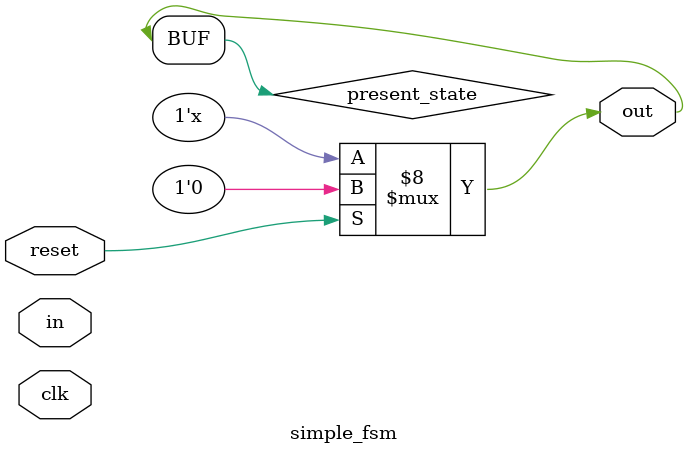
<source format=v>
module simple_fsm(clk, reset, in, out);
input clk;
input reset;
input in;
output out;
wire out;
reg present_state, next_state;
// In state 0, if in=1, stay in state 0. In state 0, if in=0, go to state 1
// In state 1, if in=1, stay in state 1. In state 1, if in=0, go to state 0
// out=1 in state 0 and out=0 in state 1
initial
begin
	present_state = 0;
	next_state = 0;
end
always @ (reset)
	if (reset)
	begin
	//set it all back to 0
	present_state = 0;
	next_state= 0;
	end
	else
	begin
	next_state = present_state;
	present_state = next_state;
	end
assign out = (present_state == 1);
endmodule

</source>
